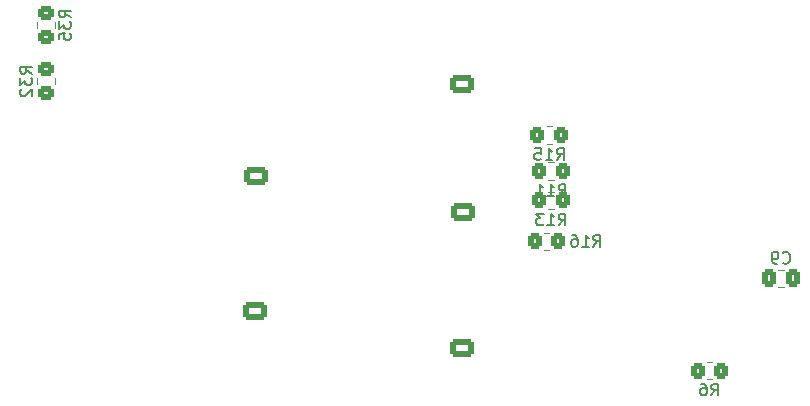
<source format=gbo>
G04 #@! TF.GenerationSoftware,KiCad,Pcbnew,9.0.1*
G04 #@! TF.CreationDate,2025-11-10T14:07:32+08:00*
G04 #@! TF.ProjectId,IMD_TSMS_latch_logic,494d445f-5453-44d5-935f-6c617463685f,rev?*
G04 #@! TF.SameCoordinates,Original*
G04 #@! TF.FileFunction,Legend,Bot*
G04 #@! TF.FilePolarity,Positive*
%FSLAX46Y46*%
G04 Gerber Fmt 4.6, Leading zero omitted, Abs format (unit mm)*
G04 Created by KiCad (PCBNEW 9.0.1) date 2025-11-10 14:07:32*
%MOMM*%
%LPD*%
G01*
G04 APERTURE LIST*
G04 Aperture macros list*
%AMRoundRect*
0 Rectangle with rounded corners*
0 $1 Rounding radius*
0 $2 $3 $4 $5 $6 $7 $8 $9 X,Y pos of 4 corners*
0 Add a 4 corners polygon primitive as box body*
4,1,4,$2,$3,$4,$5,$6,$7,$8,$9,$2,$3,0*
0 Add four circle primitives for the rounded corners*
1,1,$1+$1,$2,$3*
1,1,$1+$1,$4,$5*
1,1,$1+$1,$6,$7*
1,1,$1+$1,$8,$9*
0 Add four rect primitives between the rounded corners*
20,1,$1+$1,$2,$3,$4,$5,0*
20,1,$1+$1,$4,$5,$6,$7,0*
20,1,$1+$1,$6,$7,$8,$9,0*
20,1,$1+$1,$8,$9,$2,$3,0*%
G04 Aperture macros list end*
%ADD10C,0.150000*%
%ADD11C,0.120000*%
%ADD12O,2.020000X1.500000*%
%ADD13RoundRect,0.250001X0.759999X-0.499999X0.759999X0.499999X-0.759999X0.499999X-0.759999X-0.499999X0*%
%ADD14C,1.270000*%
%ADD15RoundRect,0.250000X0.337500X0.475000X-0.337500X0.475000X-0.337500X-0.475000X0.337500X-0.475000X0*%
%ADD16RoundRect,0.250000X0.450000X-0.350000X0.450000X0.350000X-0.450000X0.350000X-0.450000X-0.350000X0*%
%ADD17RoundRect,0.250000X-0.450000X0.350000X-0.450000X-0.350000X0.450000X-0.350000X0.450000X0.350000X0*%
%ADD18RoundRect,0.250000X-0.350000X-0.450000X0.350000X-0.450000X0.350000X0.450000X-0.350000X0.450000X0*%
%ADD19R,1.600000X1.600000*%
%ADD20C,1.600000*%
%ADD21C,4.300000*%
%ADD22C,3.000000*%
%ADD23C,2.500000*%
%ADD24RoundRect,0.250001X-0.759999X0.499999X-0.759999X-0.499999X0.759999X-0.499999X0.759999X0.499999X0*%
%ADD25RoundRect,0.250001X-0.499999X-0.759999X0.499999X-0.759999X0.499999X0.759999X-0.499999X0.759999X0*%
%ADD26O,1.500000X2.020000*%
G04 APERTURE END LIST*
D10*
X159631766Y-114859180D02*
X159679385Y-114906800D01*
X159679385Y-114906800D02*
X159822242Y-114954419D01*
X159822242Y-114954419D02*
X159917480Y-114954419D01*
X159917480Y-114954419D02*
X160060337Y-114906800D01*
X160060337Y-114906800D02*
X160155575Y-114811561D01*
X160155575Y-114811561D02*
X160203194Y-114716323D01*
X160203194Y-114716323D02*
X160250813Y-114525847D01*
X160250813Y-114525847D02*
X160250813Y-114382990D01*
X160250813Y-114382990D02*
X160203194Y-114192514D01*
X160203194Y-114192514D02*
X160155575Y-114097276D01*
X160155575Y-114097276D02*
X160060337Y-114002038D01*
X160060337Y-114002038D02*
X159917480Y-113954419D01*
X159917480Y-113954419D02*
X159822242Y-113954419D01*
X159822242Y-113954419D02*
X159679385Y-114002038D01*
X159679385Y-114002038D02*
X159631766Y-114049657D01*
X159155575Y-114954419D02*
X158965099Y-114954419D01*
X158965099Y-114954419D02*
X158869861Y-114906800D01*
X158869861Y-114906800D02*
X158822242Y-114859180D01*
X158822242Y-114859180D02*
X158727004Y-114716323D01*
X158727004Y-114716323D02*
X158679385Y-114525847D01*
X158679385Y-114525847D02*
X158679385Y-114144895D01*
X158679385Y-114144895D02*
X158727004Y-114049657D01*
X158727004Y-114049657D02*
X158774623Y-114002038D01*
X158774623Y-114002038D02*
X158869861Y-113954419D01*
X158869861Y-113954419D02*
X159060337Y-113954419D01*
X159060337Y-113954419D02*
X159155575Y-114002038D01*
X159155575Y-114002038D02*
X159203194Y-114049657D01*
X159203194Y-114049657D02*
X159250813Y-114144895D01*
X159250813Y-114144895D02*
X159250813Y-114382990D01*
X159250813Y-114382990D02*
X159203194Y-114478228D01*
X159203194Y-114478228D02*
X159155575Y-114525847D01*
X159155575Y-114525847D02*
X159060337Y-114573466D01*
X159060337Y-114573466D02*
X158869861Y-114573466D01*
X158869861Y-114573466D02*
X158774623Y-114525847D01*
X158774623Y-114525847D02*
X158727004Y-114478228D01*
X158727004Y-114478228D02*
X158679385Y-114382990D01*
X99354819Y-94107142D02*
X98878628Y-93773809D01*
X99354819Y-93535714D02*
X98354819Y-93535714D01*
X98354819Y-93535714D02*
X98354819Y-93916666D01*
X98354819Y-93916666D02*
X98402438Y-94011904D01*
X98402438Y-94011904D02*
X98450057Y-94059523D01*
X98450057Y-94059523D02*
X98545295Y-94107142D01*
X98545295Y-94107142D02*
X98688152Y-94107142D01*
X98688152Y-94107142D02*
X98783390Y-94059523D01*
X98783390Y-94059523D02*
X98831009Y-94011904D01*
X98831009Y-94011904D02*
X98878628Y-93916666D01*
X98878628Y-93916666D02*
X98878628Y-93535714D01*
X98354819Y-94440476D02*
X98354819Y-95059523D01*
X98354819Y-95059523D02*
X98735771Y-94726190D01*
X98735771Y-94726190D02*
X98735771Y-94869047D01*
X98735771Y-94869047D02*
X98783390Y-94964285D01*
X98783390Y-94964285D02*
X98831009Y-95011904D01*
X98831009Y-95011904D02*
X98926247Y-95059523D01*
X98926247Y-95059523D02*
X99164342Y-95059523D01*
X99164342Y-95059523D02*
X99259580Y-95011904D01*
X99259580Y-95011904D02*
X99307200Y-94964285D01*
X99307200Y-94964285D02*
X99354819Y-94869047D01*
X99354819Y-94869047D02*
X99354819Y-94583333D01*
X99354819Y-94583333D02*
X99307200Y-94488095D01*
X99307200Y-94488095D02*
X99259580Y-94440476D01*
X98354819Y-95964285D02*
X98354819Y-95488095D01*
X98354819Y-95488095D02*
X98831009Y-95440476D01*
X98831009Y-95440476D02*
X98783390Y-95488095D01*
X98783390Y-95488095D02*
X98735771Y-95583333D01*
X98735771Y-95583333D02*
X98735771Y-95821428D01*
X98735771Y-95821428D02*
X98783390Y-95916666D01*
X98783390Y-95916666D02*
X98831009Y-95964285D01*
X98831009Y-95964285D02*
X98926247Y-96011904D01*
X98926247Y-96011904D02*
X99164342Y-96011904D01*
X99164342Y-96011904D02*
X99259580Y-95964285D01*
X99259580Y-95964285D02*
X99307200Y-95916666D01*
X99307200Y-95916666D02*
X99354819Y-95821428D01*
X99354819Y-95821428D02*
X99354819Y-95583333D01*
X99354819Y-95583333D02*
X99307200Y-95488095D01*
X99307200Y-95488095D02*
X99259580Y-95440476D01*
X96054819Y-98857142D02*
X95578628Y-98523809D01*
X96054819Y-98285714D02*
X95054819Y-98285714D01*
X95054819Y-98285714D02*
X95054819Y-98666666D01*
X95054819Y-98666666D02*
X95102438Y-98761904D01*
X95102438Y-98761904D02*
X95150057Y-98809523D01*
X95150057Y-98809523D02*
X95245295Y-98857142D01*
X95245295Y-98857142D02*
X95388152Y-98857142D01*
X95388152Y-98857142D02*
X95483390Y-98809523D01*
X95483390Y-98809523D02*
X95531009Y-98761904D01*
X95531009Y-98761904D02*
X95578628Y-98666666D01*
X95578628Y-98666666D02*
X95578628Y-98285714D01*
X95054819Y-99190476D02*
X95054819Y-99809523D01*
X95054819Y-99809523D02*
X95435771Y-99476190D01*
X95435771Y-99476190D02*
X95435771Y-99619047D01*
X95435771Y-99619047D02*
X95483390Y-99714285D01*
X95483390Y-99714285D02*
X95531009Y-99761904D01*
X95531009Y-99761904D02*
X95626247Y-99809523D01*
X95626247Y-99809523D02*
X95864342Y-99809523D01*
X95864342Y-99809523D02*
X95959580Y-99761904D01*
X95959580Y-99761904D02*
X96007200Y-99714285D01*
X96007200Y-99714285D02*
X96054819Y-99619047D01*
X96054819Y-99619047D02*
X96054819Y-99333333D01*
X96054819Y-99333333D02*
X96007200Y-99238095D01*
X96007200Y-99238095D02*
X95959580Y-99190476D01*
X95150057Y-100190476D02*
X95102438Y-100238095D01*
X95102438Y-100238095D02*
X95054819Y-100333333D01*
X95054819Y-100333333D02*
X95054819Y-100571428D01*
X95054819Y-100571428D02*
X95102438Y-100666666D01*
X95102438Y-100666666D02*
X95150057Y-100714285D01*
X95150057Y-100714285D02*
X95245295Y-100761904D01*
X95245295Y-100761904D02*
X95340533Y-100761904D01*
X95340533Y-100761904D02*
X95483390Y-100714285D01*
X95483390Y-100714285D02*
X96054819Y-100142857D01*
X96054819Y-100142857D02*
X96054819Y-100761904D01*
X143594057Y-113510219D02*
X143927390Y-113034028D01*
X144165485Y-113510219D02*
X144165485Y-112510219D01*
X144165485Y-112510219D02*
X143784533Y-112510219D01*
X143784533Y-112510219D02*
X143689295Y-112557838D01*
X143689295Y-112557838D02*
X143641676Y-112605457D01*
X143641676Y-112605457D02*
X143594057Y-112700695D01*
X143594057Y-112700695D02*
X143594057Y-112843552D01*
X143594057Y-112843552D02*
X143641676Y-112938790D01*
X143641676Y-112938790D02*
X143689295Y-112986409D01*
X143689295Y-112986409D02*
X143784533Y-113034028D01*
X143784533Y-113034028D02*
X144165485Y-113034028D01*
X142641676Y-113510219D02*
X143213104Y-113510219D01*
X142927390Y-113510219D02*
X142927390Y-112510219D01*
X142927390Y-112510219D02*
X143022628Y-112653076D01*
X143022628Y-112653076D02*
X143117866Y-112748314D01*
X143117866Y-112748314D02*
X143213104Y-112795933D01*
X141784533Y-112510219D02*
X141975009Y-112510219D01*
X141975009Y-112510219D02*
X142070247Y-112557838D01*
X142070247Y-112557838D02*
X142117866Y-112605457D01*
X142117866Y-112605457D02*
X142213104Y-112748314D01*
X142213104Y-112748314D02*
X142260723Y-112938790D01*
X142260723Y-112938790D02*
X142260723Y-113319742D01*
X142260723Y-113319742D02*
X142213104Y-113414980D01*
X142213104Y-113414980D02*
X142165485Y-113462600D01*
X142165485Y-113462600D02*
X142070247Y-113510219D01*
X142070247Y-113510219D02*
X141879771Y-113510219D01*
X141879771Y-113510219D02*
X141784533Y-113462600D01*
X141784533Y-113462600D02*
X141736914Y-113414980D01*
X141736914Y-113414980D02*
X141689295Y-113319742D01*
X141689295Y-113319742D02*
X141689295Y-113081647D01*
X141689295Y-113081647D02*
X141736914Y-112986409D01*
X141736914Y-112986409D02*
X141784533Y-112938790D01*
X141784533Y-112938790D02*
X141879771Y-112891171D01*
X141879771Y-112891171D02*
X142070247Y-112891171D01*
X142070247Y-112891171D02*
X142165485Y-112938790D01*
X142165485Y-112938790D02*
X142213104Y-112986409D01*
X142213104Y-112986409D02*
X142260723Y-113081647D01*
X140495357Y-106172319D02*
X140828690Y-105696128D01*
X141066785Y-106172319D02*
X141066785Y-105172319D01*
X141066785Y-105172319D02*
X140685833Y-105172319D01*
X140685833Y-105172319D02*
X140590595Y-105219938D01*
X140590595Y-105219938D02*
X140542976Y-105267557D01*
X140542976Y-105267557D02*
X140495357Y-105362795D01*
X140495357Y-105362795D02*
X140495357Y-105505652D01*
X140495357Y-105505652D02*
X140542976Y-105600890D01*
X140542976Y-105600890D02*
X140590595Y-105648509D01*
X140590595Y-105648509D02*
X140685833Y-105696128D01*
X140685833Y-105696128D02*
X141066785Y-105696128D01*
X139542976Y-106172319D02*
X140114404Y-106172319D01*
X139828690Y-106172319D02*
X139828690Y-105172319D01*
X139828690Y-105172319D02*
X139923928Y-105315176D01*
X139923928Y-105315176D02*
X140019166Y-105410414D01*
X140019166Y-105410414D02*
X140114404Y-105458033D01*
X138638214Y-105172319D02*
X139114404Y-105172319D01*
X139114404Y-105172319D02*
X139162023Y-105648509D01*
X139162023Y-105648509D02*
X139114404Y-105600890D01*
X139114404Y-105600890D02*
X139019166Y-105553271D01*
X139019166Y-105553271D02*
X138781071Y-105553271D01*
X138781071Y-105553271D02*
X138685833Y-105600890D01*
X138685833Y-105600890D02*
X138638214Y-105648509D01*
X138638214Y-105648509D02*
X138590595Y-105743747D01*
X138590595Y-105743747D02*
X138590595Y-105981842D01*
X138590595Y-105981842D02*
X138638214Y-106077080D01*
X138638214Y-106077080D02*
X138685833Y-106124700D01*
X138685833Y-106124700D02*
X138781071Y-106172319D01*
X138781071Y-106172319D02*
X139019166Y-106172319D01*
X139019166Y-106172319D02*
X139114404Y-106124700D01*
X139114404Y-106124700D02*
X139162023Y-106077080D01*
X140647857Y-111704819D02*
X140981190Y-111228628D01*
X141219285Y-111704819D02*
X141219285Y-110704819D01*
X141219285Y-110704819D02*
X140838333Y-110704819D01*
X140838333Y-110704819D02*
X140743095Y-110752438D01*
X140743095Y-110752438D02*
X140695476Y-110800057D01*
X140695476Y-110800057D02*
X140647857Y-110895295D01*
X140647857Y-110895295D02*
X140647857Y-111038152D01*
X140647857Y-111038152D02*
X140695476Y-111133390D01*
X140695476Y-111133390D02*
X140743095Y-111181009D01*
X140743095Y-111181009D02*
X140838333Y-111228628D01*
X140838333Y-111228628D02*
X141219285Y-111228628D01*
X139695476Y-111704819D02*
X140266904Y-111704819D01*
X139981190Y-111704819D02*
X139981190Y-110704819D01*
X139981190Y-110704819D02*
X140076428Y-110847676D01*
X140076428Y-110847676D02*
X140171666Y-110942914D01*
X140171666Y-110942914D02*
X140266904Y-110990533D01*
X139362142Y-110704819D02*
X138743095Y-110704819D01*
X138743095Y-110704819D02*
X139076428Y-111085771D01*
X139076428Y-111085771D02*
X138933571Y-111085771D01*
X138933571Y-111085771D02*
X138838333Y-111133390D01*
X138838333Y-111133390D02*
X138790714Y-111181009D01*
X138790714Y-111181009D02*
X138743095Y-111276247D01*
X138743095Y-111276247D02*
X138743095Y-111514342D01*
X138743095Y-111514342D02*
X138790714Y-111609580D01*
X138790714Y-111609580D02*
X138838333Y-111657200D01*
X138838333Y-111657200D02*
X138933571Y-111704819D01*
X138933571Y-111704819D02*
X139219285Y-111704819D01*
X139219285Y-111704819D02*
X139314523Y-111657200D01*
X139314523Y-111657200D02*
X139362142Y-111609580D01*
X140647857Y-109204819D02*
X140981190Y-108728628D01*
X141219285Y-109204819D02*
X141219285Y-108204819D01*
X141219285Y-108204819D02*
X140838333Y-108204819D01*
X140838333Y-108204819D02*
X140743095Y-108252438D01*
X140743095Y-108252438D02*
X140695476Y-108300057D01*
X140695476Y-108300057D02*
X140647857Y-108395295D01*
X140647857Y-108395295D02*
X140647857Y-108538152D01*
X140647857Y-108538152D02*
X140695476Y-108633390D01*
X140695476Y-108633390D02*
X140743095Y-108681009D01*
X140743095Y-108681009D02*
X140838333Y-108728628D01*
X140838333Y-108728628D02*
X141219285Y-108728628D01*
X139695476Y-109204819D02*
X140266904Y-109204819D01*
X139981190Y-109204819D02*
X139981190Y-108204819D01*
X139981190Y-108204819D02*
X140076428Y-108347676D01*
X140076428Y-108347676D02*
X140171666Y-108442914D01*
X140171666Y-108442914D02*
X140266904Y-108490533D01*
X138743095Y-109204819D02*
X139314523Y-109204819D01*
X139028809Y-109204819D02*
X139028809Y-108204819D01*
X139028809Y-108204819D02*
X139124047Y-108347676D01*
X139124047Y-108347676D02*
X139219285Y-108442914D01*
X139219285Y-108442914D02*
X139314523Y-108490533D01*
X153582666Y-126107619D02*
X153915999Y-125631428D01*
X154154094Y-126107619D02*
X154154094Y-125107619D01*
X154154094Y-125107619D02*
X153773142Y-125107619D01*
X153773142Y-125107619D02*
X153677904Y-125155238D01*
X153677904Y-125155238D02*
X153630285Y-125202857D01*
X153630285Y-125202857D02*
X153582666Y-125298095D01*
X153582666Y-125298095D02*
X153582666Y-125440952D01*
X153582666Y-125440952D02*
X153630285Y-125536190D01*
X153630285Y-125536190D02*
X153677904Y-125583809D01*
X153677904Y-125583809D02*
X153773142Y-125631428D01*
X153773142Y-125631428D02*
X154154094Y-125631428D01*
X152725523Y-125107619D02*
X152915999Y-125107619D01*
X152915999Y-125107619D02*
X153011237Y-125155238D01*
X153011237Y-125155238D02*
X153058856Y-125202857D01*
X153058856Y-125202857D02*
X153154094Y-125345714D01*
X153154094Y-125345714D02*
X153201713Y-125536190D01*
X153201713Y-125536190D02*
X153201713Y-125917142D01*
X153201713Y-125917142D02*
X153154094Y-126012380D01*
X153154094Y-126012380D02*
X153106475Y-126060000D01*
X153106475Y-126060000D02*
X153011237Y-126107619D01*
X153011237Y-126107619D02*
X152820761Y-126107619D01*
X152820761Y-126107619D02*
X152725523Y-126060000D01*
X152725523Y-126060000D02*
X152677904Y-126012380D01*
X152677904Y-126012380D02*
X152630285Y-125917142D01*
X152630285Y-125917142D02*
X152630285Y-125679047D01*
X152630285Y-125679047D02*
X152677904Y-125583809D01*
X152677904Y-125583809D02*
X152725523Y-125536190D01*
X152725523Y-125536190D02*
X152820761Y-125488571D01*
X152820761Y-125488571D02*
X153011237Y-125488571D01*
X153011237Y-125488571D02*
X153106475Y-125536190D01*
X153106475Y-125536190D02*
X153154094Y-125583809D01*
X153154094Y-125583809D02*
X153201713Y-125679047D01*
D11*
X159726352Y-115444600D02*
X159203848Y-115444600D01*
X159726352Y-116914600D02*
X159203848Y-116914600D01*
X97985000Y-94977064D02*
X97985000Y-94522936D01*
X96515000Y-94977064D02*
X96515000Y-94522936D01*
X96515000Y-99272936D02*
X96515000Y-99727064D01*
X97985000Y-99272936D02*
X97985000Y-99727064D01*
X139375436Y-113802500D02*
X139829564Y-113802500D01*
X139375436Y-112332500D02*
X139829564Y-112332500D01*
X139625436Y-104802500D02*
X140079564Y-104802500D01*
X139625436Y-103332500D02*
X140079564Y-103332500D01*
X139777936Y-110335000D02*
X140232064Y-110335000D01*
X139777936Y-108865000D02*
X140232064Y-108865000D01*
X139777936Y-107835000D02*
X140232064Y-107835000D01*
X139777936Y-106365000D02*
X140232064Y-106365000D01*
X153188936Y-124737800D02*
X153643064Y-124737800D01*
X153188936Y-123267800D02*
X153643064Y-123267800D01*
%LPC*%
D12*
X132435600Y-119075200D03*
D13*
X132435600Y-122075200D03*
D14*
X130475600Y-116075200D03*
X130475600Y-125075200D03*
D15*
X160502600Y-116179600D03*
X158427600Y-116179600D03*
D16*
X97250000Y-95750000D03*
X97250000Y-93750000D03*
D17*
X97250000Y-98500000D03*
X97250000Y-100500000D03*
D18*
X138602500Y-113067500D03*
X140602500Y-113067500D03*
X138852500Y-104067500D03*
X140852500Y-104067500D03*
X139005000Y-109600000D03*
X141005000Y-109600000D03*
X139005000Y-107100000D03*
X141005000Y-107100000D03*
X152416000Y-124002800D03*
X154416000Y-124002800D03*
D19*
X94000000Y-98000000D03*
D20*
X94000000Y-95500000D03*
D21*
X115000000Y-85000000D03*
D22*
X148755000Y-83350000D03*
D23*
X150705000Y-89400000D03*
D22*
X162905000Y-89400000D03*
X162955000Y-77350000D03*
D23*
X150705000Y-77400000D03*
D21*
X175502500Y-132120000D03*
D14*
X116960000Y-104500000D03*
X116960000Y-113500000D03*
D24*
X115000000Y-107500000D03*
D12*
X115000000Y-110500000D03*
D14*
X130540000Y-102750000D03*
X130540000Y-93750000D03*
D13*
X132500000Y-99750000D03*
D12*
X132500000Y-96750000D03*
D21*
X85000000Y-85000000D03*
D14*
X100000000Y-77125000D03*
X109000000Y-77125000D03*
D25*
X103000000Y-79085000D03*
D26*
X106000000Y-79085000D03*
D21*
X115000000Y-75370000D03*
D14*
X130545000Y-91600000D03*
X130545000Y-82600000D03*
D13*
X132505000Y-88600000D03*
D12*
X132505000Y-85600000D03*
D14*
X116875000Y-116000000D03*
X116875000Y-125000000D03*
D24*
X114915000Y-119000000D03*
D12*
X114915000Y-122000000D03*
D21*
X125502500Y-75370000D03*
X175502500Y-75370000D03*
X85000000Y-132000000D03*
D14*
X175797600Y-115005600D03*
X175797600Y-124005600D03*
D24*
X173837600Y-118005600D03*
D12*
X173837600Y-121005600D03*
D21*
X125502500Y-132120000D03*
D22*
X100000000Y-114000000D03*
D23*
X93950000Y-115950000D03*
D22*
X93950000Y-128150000D03*
X106000000Y-128200000D03*
D23*
X105950000Y-115950000D03*
D21*
X85000000Y-96000000D03*
X115000000Y-132000000D03*
D14*
X130545000Y-113600000D03*
X130545000Y-104600000D03*
D13*
X132505000Y-110600000D03*
D12*
X132505000Y-107600000D03*
D14*
X92290000Y-80750000D03*
X92290000Y-71750000D03*
D13*
X94250000Y-77750000D03*
D12*
X94250000Y-74750000D03*
D21*
X115000000Y-96000000D03*
X85000000Y-75370000D03*
%LPD*%
M02*

</source>
